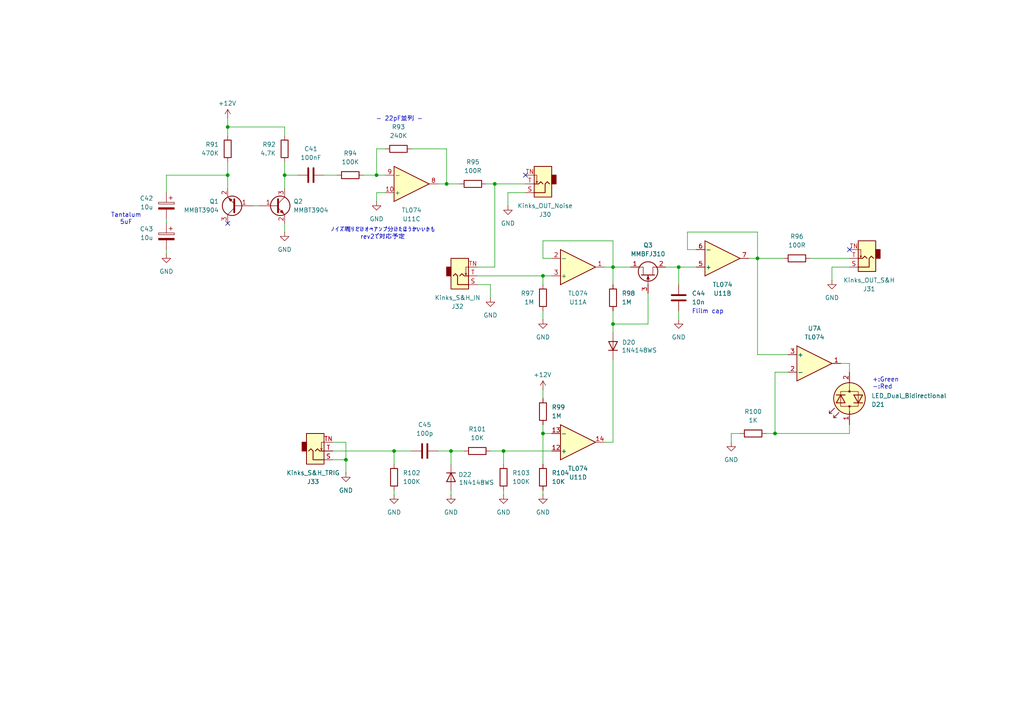
<source format=kicad_sch>
(kicad_sch (version 20231120) (generator "eeschema") (generator_version "8.0")
  (paper "A4")
  (title_block (title "Sample and hold") (date "2025-03-23") (rev "1.0") (company "StudioKAT"))
  (lib_symbols
    (symbol "Amplifier_Operational:TL074" (pin_names (offset 0.127))
      (property "Reference" "U" (at 0 5.08 0))
      (property "Value" "TL074" (at 0 -5.08 0))
      (symbol "TL074_1_1"
        (polyline (pts (xy -5.08 5.08) (xy 5.08 0) (xy -5.08 -5.08) (xy -5.08 5.08)) (stroke (width 0.254)) (fill (type background)))
        (pin output line (at 7.62 0 180) (length 2.54) (name "~") (number "1"))
        (pin input line (at -7.62 -2.54 0) (length 2.54) (name "-") (number "2"))
        (pin input line (at -7.62 2.54 0) (length 2.54) (name "+") (number "3"))
      )
      (symbol "TL074_2_1"
        (polyline (pts (xy -5.08 5.08) (xy 5.08 0) (xy -5.08 -5.08) (xy -5.08 5.08)) (stroke (width 0.254)) (fill (type background)))
        (pin input line (at -7.62 2.54 0) (length 2.54) (name "+") (number "5"))
        (pin input line (at -7.62 -2.54 0) (length 2.54) (name "-") (number "6"))
        (pin output line (at 7.62 0 180) (length 2.54) (name "~") (number "7"))
      )
      (symbol "TL074_3_1"
        (polyline (pts (xy -5.08 5.08) (xy 5.08 0) (xy -5.08 -5.08) (xy -5.08 5.08)) (stroke (width 0.254)) (fill (type background)))
        (pin input line (at -7.62 2.54 0) (length 2.54) (name "+") (number "10"))
        (pin output line (at 7.62 0 180) (length 2.54) (name "~") (number "8"))
        (pin input line (at -7.62 -2.54 0) (length 2.54) (name "-") (number "9"))
      )
      (symbol "TL074_4_1"
        (polyline (pts (xy -5.08 5.08) (xy 5.08 0) (xy -5.08 -5.08) (xy -5.08 5.08)) (stroke (width 0.254)) (fill (type background)))
        (pin input line (at -7.62 2.54 0) (length 2.54) (name "+") (number "12"))
        (pin input line (at -7.62 -2.54 0) (length 2.54) (name "-") (number "13"))
        (pin output line (at 7.62 0 180) (length 2.54) (name "~") (number "14"))
      )
      (symbol "TL074_5_1"
        (pin power_in line (at -2.54 -7.62 90) (length 3.81) (name "V-") (number "11"))
        (pin power_in line (at -2.54 7.62 270) (length 3.81) (name "V+") (number "4"))
      )
    )
    (symbol "Connector_Audio:AudioJack2_SwitchT"
      (property "Reference" "J" (at 0 8.89 0))
      (property "Value" "AudioJack2_SwitchT" (at 0 6.35 0))
      (symbol "AudioJack2_SwitchT_0_1"
        (rectangle (start -2.54 0) (end -3.81 -2.54) (stroke (width 0.254)) (fill (type outline)))
        (polyline (pts (xy 1.778 -0.254) (xy 2.032 -0.762)))
        (polyline (pts (xy 0 0) (xy 0.635 -0.635) (xy 1.27 0) (xy 2.54 0)) (stroke (width 0.254)))
        (polyline (pts (xy 2.54 -2.54) (xy 1.778 -2.54) (xy 1.778 -0.254) (xy 1.524 -0.762)))
        (polyline (pts (xy 2.54 2.54) (xy -0.635 2.54) (xy -0.635 0) (xy -1.27 -0.635) (xy -1.905 0)) (stroke (width 0.254)))
        (rectangle (start 2.54 3.81) (end -2.54 -5.08) (stroke (width 0.254)) (fill (type background)))
      )
      (symbol "AudioJack2_SwitchT_1_1"
        (pin passive line (at 5.08 2.54 180) (length 2.54) (name "~") (number "S"))
        (pin passive line (at 5.08 0 180) (length 2.54) (name "~") (number "T"))
        (pin passive line (at 5.08 -2.54 180) (length 2.54) (name "~") (number "TN"))
      )
    )
    (symbol "Device:C" (pin_numbers hide) (pin_names (offset 0.254))
      (property "Reference" "C" (at 0.635 2.54 0))
      (property "Value" "C" (at 0.635 -2.54 0))
      (symbol "C_0_1"
        (polyline (pts (xy -2.032 -0.762) (xy 2.032 -0.762)) (stroke (width 0.508)))
        (polyline (pts (xy -2.032 0.762) (xy 2.032 0.762)) (stroke (width 0.508)))
      )
      (symbol "C_1_1"
        (pin passive line (at 0 3.81 270) (length 2.794) (name "~") (number "1"))
        (pin passive line (at 0 -3.81 90) (length 2.794) (name "~") (number "2"))
      )
    )
    (symbol "Device:C_Polarized" (pin_numbers hide) (pin_names (offset 0.254))
      (property "Reference" "C" (at 0.635 2.54 0))
      (property "Value" "C_Polarized" (at 0.635 -2.54 0))
      (symbol "C_Polarized_0_1"
        (rectangle (start -2.286 0.508) (end 2.286 1.016))
        (polyline (pts (xy -1.778 2.286) (xy -0.762 2.286)))
        (polyline (pts (xy -1.27 2.794) (xy -1.27 1.778)))
        (rectangle (start 2.286 -0.508) (end -2.286 -1.016) (fill (type outline)))
      )
      (symbol "C_Polarized_1_1"
        (pin passive line (at 0 3.81 270) (length 2.794) (name "~") (number "1"))
        (pin passive line (at 0 -3.81 90) (length 2.794) (name "~") (number "2"))
      )
    )
    (symbol "Device:LED_Dual_Bidirectional" (pin_names (offset 0) hide)
      (property "Reference" "D" (at 0 5.715 0))
      (property "Value" "LED_Dual_Bidirectional" (at 0 -6.35 0))
      (symbol "LED_Dual_Bidirectional_0_1"
        (circle (center -2.032 0) (radius 0.254) (fill (type outline)))
        (polyline (pts (xy -4.572 0) (xy -2.54 0)))
        (polyline (pts (xy -2.032 0) (xy -2.54 0)))
        (polyline (pts (xy -1.016 3.81) (xy -1.016 1.27)) (stroke (width 0.254)))
        (polyline (pts (xy 1.27 -1.27) (xy 1.27 -3.81)) (stroke (width 0.254)))
        (polyline (pts (xy 4.064 0) (xy 2.286 0)) (fill (type outline)))
        (polyline (pts (xy 4.318 5.842) (xy 4.318 5.08)) (stroke (width 0.2032)))
        (polyline (pts (xy 5.588 4.572) (xy 5.588 3.81)) (stroke (width 0.2032)))
        (polyline (pts (xy 2.794 4.318) (xy 4.318 5.842) (xy 3.556 5.842)) (stroke (width 0.2032)))
        (polyline (pts (xy 4.064 3.048) (xy 5.588 4.572) (xy 4.826 4.572)) (stroke (width 0.2032)))
        (polyline (pts (xy -1.016 -1.27) (xy -1.016 -3.81) (xy 1.27 -2.54) (xy -1.016 -1.27)) (stroke (width 0.254)))
        (polyline (pts (xy 1.27 3.81) (xy 1.27 1.27) (xy -1.016 2.54) (xy 1.27 3.81)) (stroke (width 0.254)))
        (polyline (pts (xy 2.286 2.54) (xy -2.032 2.54) (xy -2.032 -2.54) (xy 2.286 -2.54) (xy 2.286 2.54)))
        (circle (center 0 0) (radius 4.572) (stroke (width 0.254)) (fill (type background)))
        (circle (center 2.286 0) (radius 0.254) (fill (type outline)))
      )
      (symbol "LED_Dual_Bidirectional_1_1"
        (pin input line (at 7.62 0 180) (length 3.81) (name "KA") (number "1"))
        (pin input line (at -7.62 0 0) (length 3.048) (name "AK") (number "2"))
      )
    )
    (symbol "Device:R" (pin_numbers hide) (pin_names (offset 0))
      (property "Reference" "R" (at 2.032 0 90))
      (property "Value" "R" (at 0 0 90))
      (symbol "R_0_1"
        (rectangle (start -1.016 -2.54) (end 1.016 2.54) (stroke (width 0.254)))
      )
      (symbol "R_1_1"
        (pin passive line (at 0 3.81 270) (length 1.27) (name "~") (number "1"))
        (pin passive line (at 0 -3.81 90) (length 1.27) (name "~") (number "2"))
      )
    )
    (symbol "Diode:1N4148WS" (pin_numbers hide) (pin_names hide)
      (property "Reference" "D" (at 0 2.54 0))
      (property "Value" "1N4148WS" (at 0 -2.54 0))
      (symbol "1N4148WS_0_1"
        (polyline (pts (xy -1.27 1.27) (xy -1.27 -1.27)) (stroke (width 0.254)))
        (polyline (pts (xy 1.27 0) (xy -1.27 0)))
        (polyline (pts (xy 1.27 1.27) (xy 1.27 -1.27) (xy -1.27 0) (xy 1.27 1.27)) (stroke (width 0.254)))
      )
      (symbol "1N4148WS_1_1"
        (pin passive line (at -3.81 0 0) (length 2.54) (name "K") (number "1"))
        (pin passive line (at 3.81 0 180) (length 2.54) (name "A") (number "2"))
      )
    )
    (symbol "Transistor_BJT:MMBT3904" (pin_names (offset 0) hide)
      (property "Reference" "Q" (at 5.08 1.905 0))
      (property "Value" "MMBT3904" (at 5.08 0 0))
      (symbol "MMBT3904_0_1"
        (polyline (pts (xy 0.635 0.635) (xy 2.54 2.54)))
        (polyline (pts (xy 0.635 -0.635) (xy 2.54 -2.54) (xy 2.54 -2.54)))
        (polyline (pts (xy 0.635 1.905) (xy 0.635 -1.905) (xy 0.635 -1.905)) (stroke (width 0.508)))
        (polyline (pts (xy 1.27 -1.778) (xy 1.778 -1.27) (xy 2.286 -2.286) (xy 1.27 -1.778) (xy 1.27 -1.778)) (fill (type outline)))
        (circle (center 1.27 0) (radius 2.8194) (stroke (width 0.254)))
      )
      (symbol "MMBT3904_1_1"
        (pin input line (at -5.08 0 0) (length 5.715) (name "B") (number "1"))
        (pin passive line (at 2.54 -5.08 90) (length 2.54) (name "E") (number "2"))
        (pin passive line (at 2.54 5.08 270) (length 2.54) (name "C") (number "3"))
      )
    )
    (symbol "Transistor_FET:MMBFJ111" (pin_names hide)
      (property "Reference" "Q" (at 5.08 1.905 0))
      (property "Value" "MMBFJ111" (at 5.08 0 0))
      (symbol "MMBFJ111_0_1"
        (polyline (pts (xy 0.254 0) (xy -2.54 0)))
        (polyline (pts (xy 0.254 1.905) (xy 0.254 -1.905)) (stroke (width 0.254)))
        (polyline (pts (xy 2.54 -2.54) (xy 2.54 -1.397) (xy 0.254 -1.397)))
        (polyline (pts (xy 2.54 2.54) (xy 2.54 1.397) (xy 0.254 1.397)))
        (polyline (pts (xy 0 0) (xy -1.016 0.381) (xy -1.016 -0.381) (xy 0 0)) (fill (type outline)))
        (circle (center 1.27 0) (radius 2.8194) (stroke (width 0.254)))
      )
      (symbol "MMBFJ111_1_1"
        (pin passive line (at 2.54 5.08 270) (length 2.54) (name "D") (number "1"))
        (pin passive line (at 2.54 -5.08 90) (length 2.54) (name "S") (number "2"))
        (pin input line (at -5.08 0 0) (length 2.54) (name "G") (number "3"))
      )
    )
    (symbol "power:+12V" (power) (pin_numbers hide) (pin_names (offset 0) hide)
      (property "Value" "+12V" (at 0 3.556 0))
      (symbol "+12V_0_1"
        (polyline (pts (xy -0.762 1.27) (xy 0 2.54)))
        (polyline (pts (xy 0 0) (xy 0 2.54)))
        (polyline (pts (xy 0 2.54) (xy 0.762 1.27)))
      )
      (symbol "+12V_1_1"
        (pin power_in line (at 0 0 90) (length 0) (name "~") (number "1"))
      )
    )
    (symbol "power:GND" (power) (pin_numbers hide) (pin_names (offset 0) hide)
      (property "Value" "GND" (at 0 -3.81 0))
      (symbol "GND_0_1"
        (polyline (pts (xy 0 0) (xy 0 -1.27) (xy 1.27 -1.27) (xy 0 -2.54) (xy -1.27 -1.27) (xy 0 -1.27)))
      )
      (symbol "GND_1_1"
        (pin power_in line (at 0 0 270) (length 0) (name "~") (number "1"))
      )
    )
  )
  (junction (at 224.79 125.73))
  (junction (at 157.48 80.01))
  (junction (at 143.51 53.34))
  (junction (at 109.22 50.8))
  (junction (at 177.8 77.47))
  (junction (at 219.71 74.93))
  (junction (at 146.05 130.81))
  (junction (at 196.85 77.47))
  (junction (at 66.04 36.83))
  (junction (at 82.55 50.8))
  (junction (at 129.54 53.34))
  (junction (at 100.33 133.35))
  (junction (at 130.81 130.81))
  (junction (at 114.3 130.81))
  (junction (at 177.8 93.98))
  (junction (at 157.48 125.73))
  (junction (at 66.04 50.8))
  (no_connect (at 246.38 72.39))
  (no_connect (at 66.04 64.77))
  (no_connect (at 152.4 50.8))
  (wire (pts (xy 105.41 50.8) (xy 109.22 50.8)))
  (wire (pts (xy 82.55 64.77) (xy 82.55 67.31)))
  (wire (pts (xy 48.26 55.88) (xy 48.26 50.8)))
  (wire (pts (xy 100.33 133.35) (xy 100.33 137.16)))
  (wire (pts (xy 196.85 77.47) (xy 196.85 82.55)))
  (wire (pts (xy 86.36 50.8) (xy 82.55 50.8)))
  (wire (pts (xy 109.22 55.88) (xy 109.22 58.42)))
  (wire (pts (xy 246.38 125.73) (xy 246.38 123.19)))
  (wire (pts (xy 147.32 55.88) (xy 147.32 59.69)))
  (wire (pts (xy 246.38 77.47) (xy 241.3 77.47)))
  (wire (pts (xy 114.3 142.24) (xy 114.3 143.51)))
  (wire (pts (xy 109.22 50.8) (xy 111.76 50.8)))
  (wire (pts (xy 152.4 55.88) (xy 147.32 55.88)))
  (wire (pts (xy 199.39 72.39) (xy 199.39 67.31)))
  (wire (pts (xy 201.93 77.47) (xy 196.85 77.47)))
  (wire (pts (xy 224.79 107.95) (xy 228.6 107.95)))
  (wire (pts (xy 219.71 74.93) (xy 219.71 102.87)))
  (wire (pts (xy 199.39 67.31) (xy 219.71 67.31)))
  (wire (pts (xy 114.3 130.81) (xy 119.38 130.81)))
  (wire (pts (xy 96.52 130.81) (xy 114.3 130.81)))
  (wire (pts (xy 146.05 130.81) (xy 146.05 134.62)))
  (wire (pts (xy 157.48 123.19) (xy 157.48 125.73)))
  (wire (pts (xy 212.09 125.73) (xy 212.09 128.27)))
  (wire (pts (xy 143.51 53.34) (xy 152.4 53.34)))
  (wire (pts (xy 177.8 93.98) (xy 177.8 96.52)))
  (wire (pts (xy 187.96 93.98) (xy 177.8 93.98)))
  (wire (pts (xy 130.81 130.81) (xy 134.62 130.81)))
  (wire (pts (xy 111.76 43.18) (xy 109.22 43.18)))
  (wire (pts (xy 160.02 130.81) (xy 146.05 130.81)))
  (wire (pts (xy 96.52 128.27) (xy 100.33 128.27)))
  (wire (pts (xy 127 130.81) (xy 130.81 130.81)))
  (wire (pts (xy 111.76 55.88) (xy 109.22 55.88)))
  (wire (pts (xy 234.95 74.93) (xy 246.38 74.93)))
  (wire (pts (xy 82.55 39.37) (xy 82.55 36.83)))
  (wire (pts (xy 66.04 50.8) (xy 66.04 54.61)))
  (wire (pts (xy 217.17 74.93) (xy 219.71 74.93)))
  (wire (pts (xy 177.8 77.47) (xy 177.8 82.55)))
  (wire (pts (xy 219.71 74.93) (xy 227.33 74.93)))
  (wire (pts (xy 157.48 125.73) (xy 160.02 125.73)))
  (wire (pts (xy 157.48 142.24) (xy 157.48 143.51)))
  (wire (pts (xy 66.04 46.99) (xy 66.04 50.8)))
  (wire (pts (xy 177.8 90.17) (xy 177.8 93.98)))
  (wire (pts (xy 93.98 50.8) (xy 97.79 50.8)))
  (wire (pts (xy 96.52 133.35) (xy 100.33 133.35)))
  (wire (pts (xy 100.33 128.27) (xy 100.33 133.35)))
  (wire (pts (xy 243.84 105.41) (xy 246.38 105.41)))
  (wire (pts (xy 214.63 125.73) (xy 212.09 125.73)))
  (wire (pts (xy 48.26 50.8) (xy 66.04 50.8)))
  (wire (pts (xy 130.81 142.24) (xy 130.81 143.51)))
  (wire (pts (xy 222.25 125.73) (xy 224.79 125.73)))
  (wire (pts (xy 66.04 36.83) (xy 66.04 39.37)))
  (wire (pts (xy 224.79 125.73) (xy 246.38 125.73)))
  (wire (pts (xy 160.02 74.93) (xy 157.48 74.93)))
  (wire (pts (xy 138.43 82.55) (xy 142.24 82.55)))
  (wire (pts (xy 66.04 34.29) (xy 66.04 36.83)))
  (wire (pts (xy 129.54 43.18) (xy 129.54 53.34)))
  (wire (pts (xy 177.8 128.27) (xy 175.26 128.27)))
  (wire (pts (xy 127 53.34) (xy 129.54 53.34)))
  (wire (pts (xy 82.55 50.8) (xy 82.55 54.61)))
  (wire (pts (xy 130.81 134.62) (xy 130.81 130.81)))
  (wire (pts (xy 109.22 43.18) (xy 109.22 50.8)))
  (wire (pts (xy 157.48 69.85) (xy 177.8 69.85)))
  (wire (pts (xy 177.8 69.85) (xy 177.8 77.47)))
  (wire (pts (xy 48.26 63.5) (xy 48.26 64.77)))
  (wire (pts (xy 177.8 77.47) (xy 182.88 77.47)))
  (wire (pts (xy 219.71 67.31) (xy 219.71 74.93)))
  (wire (pts (xy 196.85 90.17) (xy 196.85 92.71)))
  (wire (pts (xy 82.55 36.83) (xy 66.04 36.83)))
  (wire (pts (xy 138.43 77.47) (xy 143.51 77.47)))
  (wire (pts (xy 224.79 107.95) (xy 224.79 125.73)))
  (wire (pts (xy 201.93 72.39) (xy 199.39 72.39)))
  (wire (pts (xy 157.48 74.93) (xy 157.48 69.85)))
  (wire (pts (xy 138.43 80.01) (xy 157.48 80.01)))
  (wire (pts (xy 129.54 53.34) (xy 133.35 53.34)))
  (wire (pts (xy 82.55 46.99) (xy 82.55 50.8)))
  (wire (pts (xy 157.48 80.01) (xy 160.02 80.01)))
  (wire (pts (xy 119.38 43.18) (xy 129.54 43.18)))
  (wire (pts (xy 114.3 130.81) (xy 114.3 134.62)))
  (wire (pts (xy 157.48 113.03) (xy 157.48 115.57)))
  (wire (pts (xy 246.38 105.41) (xy 246.38 107.95)))
  (wire (pts (xy 73.66 59.69) (xy 74.93 59.69)))
  (wire (pts (xy 142.24 82.55) (xy 142.24 86.36)))
  (wire (pts (xy 219.71 102.87) (xy 228.6 102.87)))
  (wire (pts (xy 177.8 77.47) (xy 175.26 77.47)))
  (wire (pts (xy 241.3 77.47) (xy 241.3 81.28)))
  (wire (pts (xy 143.51 77.47) (xy 143.51 53.34)))
  (wire (pts (xy 177.8 104.14) (xy 177.8 128.27)))
  (wire (pts (xy 193.04 77.47) (xy 196.85 77.47)))
  (wire (pts (xy 48.26 72.39) (xy 48.26 73.66)))
  (wire (pts (xy 140.97 53.34) (xy 143.51 53.34)))
  (wire (pts (xy 142.24 130.81) (xy 146.05 130.81)))
  (wire (pts (xy 157.48 125.73) (xy 157.48 134.62)))
  (wire (pts (xy 187.96 85.09) (xy 187.96 93.98)))
  (wire (pts (xy 157.48 80.01) (xy 157.48 82.55)))
  (wire (pts (xy 157.48 90.17) (xy 157.48 92.71)))
  (wire (pts (xy 146.05 142.24) (xy 146.05 143.51)))
  (text "- 22pF並列 -" (at 115.824 34.544 0) (effects (font (size 1.27 1.27))))
  (text "ノイズ周りだけオペアンプ分けたほうがいいかも\nrev2で対応予定" (at 110.998 67.818 0) (effects (font (size 1.27 1.27))))
  (text "Flilm cap" (at 200.66 90.424 0) (effects (font (size 1.27 1.27)) (justify left)))
  (text "Tantalum\n5uF" (at 36.576 63.5 0) (effects (font (size 1.27 1.27))))
  (text "+:Green\n-:Red" (at 252.984 111.252 0) (effects (font (size 1.27 1.27)) (justify left)))
  (symbol (lib_id "power:GND") (at 109.22 58.42 0) (unit 1)
    (property "Reference" "#PWR085" (effects (hide yes)))
    (property "Value" "GND" (at 109.22 63.5 0))
    (property "Description" "Power symbol creates a global label with name \"GND\" , ground" (effects (hide yes)))
  )
  (symbol (lib_id "power:+12V") (at 157.48 113.03 0) (unit 1)
    (property "Reference" "#PWR093" (effects (hide yes)))
    (property "Value" "+12V" (at 154.686 108.712 0) (effects (justify left)))
    (property "Description" "Power symbol creates a global label with name \"+12V\"" (effects (hide yes)))
  )
  (symbol (lib_id "Device:R") (at 231.14 74.93 90) (unit 1)
    (property "Reference" "R96" (at 231.14 68.58 90))
    (property "Value" "100R" (at 231.14 71.12 90))
    (property "Footprint" "Resistor_SMD:R_0402_1005Metric" (effects (hide yes)))
    (property "Description" "Resistor" (effects (hide yes)))
    (property "LCSC" "C25076" (effects (hide yes)))
  )
  (symbol (lib_id "Device:R") (at 137.16 53.34 90) (unit 1)
    (property "Reference" "R95" (at 137.16 46.99 90))
    (property "Value" "100R" (at 137.16 49.53 90))
    (property "Footprint" "Resistor_SMD:R_0402_1005Metric" (effects (hide yes)))
    (property "Description" "Resistor" (effects (hide yes)))
    (property "LCSC" "C25076" (effects (hide yes)))
  )
  (symbol (lib_id "power:+12V") (at 66.04 34.29 0) (unit 1)
    (property "Reference" "#PWR084" (effects (hide yes)))
    (property "Value" "+12V" (at 63.246 29.972 0) (effects (justify left)))
    (property "Description" "Power symbol creates a global label with name \"+12V\"" (effects (hide yes)))
  )
  (symbol (lib_id "power:GND") (at 146.05 143.51 0) (unit 1)
    (property "Reference" "#PWR098" (effects (hide yes)))
    (property "Value" "GND" (at 146.05 148.59 0))
    (property "Description" "Power symbol creates a global label with name \"GND\" , ground" (effects (hide yes)))
  )
  (symbol (lib_id "power:GND") (at 130.81 143.51 0) (unit 1)
    (property "Reference" "#PWR097" (effects (hide yes)))
    (property "Value" "GND" (at 130.81 148.59 0))
    (property "Description" "Power symbol creates a global label with name \"GND\" , ground" (effects (hide yes)))
  )
  (symbol (lib_id "Device:R") (at 157.48 138.43 0) (unit 1)
    (property "Reference" "R104" (at 160.02 137.1599 0) (effects (justify left)))
    (property "Value" "10K" (at 160.02 139.6999 0) (effects (justify left)))
    (property "Footprint" "Resistor_SMD:R_0402_1005Metric" (effects (hide yes)))
    (property "Description" "Resistor" (effects (hide yes)))
    (property "LCSC" "C25744" (effects (hide yes)))
  )
  (symbol (lib_id "Transistor_FET:MMBFJ111") (at 187.96 80.01 90) (unit 1)
    (property "Reference" "Q3" (at 187.96 71.12 90))
    (property "Value" "MMBFJ310" (at 187.96 73.66 90))
    (property "Footprint" "Package_TO_SOT_SMD:SOT-23" (effects (hide yes)))
    (property "Datasheet" "https://www.onsemi.com/pub/Collateral/MMBFJ113-D.PDF" (effects (hide yes)))
    (property "Description" "20mA min, 35V, 30mOhm max, 3-10V Vgs(off), N-Channel JFET, SOT-23" (effects (hide yes)))
  )
  (symbol (lib_id "Connector_Audio:AudioJack2_SwitchT") (at 133.35 80.01 0) (mirror x) (unit 1)
    (property "Reference" "J32" (at 132.715 88.9 0))
    (property "Value" "Kinks_S&H_IN" (at 132.715 86.36 0))
    (property "Footprint" "kat_eurorack:AudioJack_PJ301M-12" (effects (hide yes)))
    (property "Description" "Audio Jack, 2 Poles (Mono / TS), Switched T Pole (Normalling)" (effects (hide yes)))
  )
  (symbol (lib_id "Amplifier_Operational:TL074") (at 167.64 128.27 0) (mirror x) (unit 4)
    (property "Reference" "U11" (at 167.64 138.43 0))
    (property "Value" "TL074" (at 167.64 135.89 0))
    (property "Footprint" "Package_SO:TSSOP-14_4.4x5mm_P0.65mm" (effects (hide yes)))
    (property "Datasheet" "http://www.ti.com/lit/ds/symlink/tl071.pdf" (effects (hide yes)))
    (property "Description" "Quad Low-Noise JFET-Input Operational Amplifiers, DIP-14/SOIC-14" (effects (hide yes)))
    (property "LCSC" "C4370424" (effects (hide yes)))
  )
  (symbol (lib_id "Device:R") (at 146.05 138.43 0) (unit 1)
    (property "Reference" "R103" (at 148.59 137.1599 0) (effects (justify left)))
    (property "Value" "100K" (at 148.59 139.6999 0) (effects (justify left)))
    (property "Footprint" "Resistor_SMD:R_0402_1005Metric" (effects (hide yes)))
    (property "Description" "Resistor" (effects (hide yes)))
    (property "LCSC" "C25741" (effects (hide yes)))
  )
  (symbol (lib_id "Device:C") (at 196.85 86.36 0) (unit 1)
    (property "Reference" "C44" (at 200.66 85.0899 0) (effects (justify left)))
    (property "Value" "10n" (at 200.66 87.6299 0) (effects (justify left)))
    (property "Footprint" "Capacitor_THT:C_Rect_L7.2mm_W2.5mm_P5.00mm_FKS2_FKP2_MKS2_MKP2" (effects (hide yes)))
    (property "Description" "Unpolarized capacitor" (effects (hide yes)))
  )
  (symbol (lib_id "Device:R") (at 157.48 86.36 0) (mirror y) (unit 1)
    (property "Reference" "R97" (at 154.94 85.0899 0) (effects (justify left)))
    (property "Value" "1M" (at 154.94 87.6299 0) (effects (justify left)))
    (property "Footprint" "Resistor_SMD:R_0402_1005Metric" (effects (hide yes)))
    (property "Description" "Resistor" (effects (hide yes)))
    (property "LCSC" "C26083" (effects (hide yes)))
  )
  (symbol (lib_id "Device:R") (at 114.3 138.43 0) (unit 1)
    (property "Reference" "R102" (at 116.84 137.1599 0) (effects (justify left)))
    (property "Value" "100K" (at 116.84 139.6999 0) (effects (justify left)))
    (property "Footprint" "Resistor_SMD:R_0402_1005Metric" (effects (hide yes)))
    (property "Description" "Resistor" (effects (hide yes)))
    (property "LCSC" "C25741" (effects (hide yes)))
  )
  (symbol (lib_id "power:GND") (at 157.48 143.51 0) (unit 1)
    (property "Reference" "#PWR099" (effects (hide yes)))
    (property "Value" "GND" (at 157.48 148.59 0))
    (property "Description" "Power symbol creates a global label with name \"GND\" , ground" (effects (hide yes)))
  )
  (symbol (lib_id "Device:C_Polarized") (at 48.26 59.69 0) (mirror y) (unit 1)
    (property "Reference" "C42" (at 44.45 57.5309 0) (effects (justify left)))
    (property "Value" "10u" (at 44.45 60.0709 0) (effects (justify left)))
    (property "Footprint" "Capacitor_Tantalum_SMD:CP_EIA-3216-18_Kemet-A" (effects (hide yes)))
    (property "Description" "Polarized capacitor" (effects (hide yes)))
    (property "LCSC" "C7171" (effects (hide yes)))
  )
  (symbol (lib_id "Device:LED_Dual_Bidirectional") (at 246.38 115.57 90) (mirror x) (unit 1)
    (property "Reference" "D21" (at 252.73 117.3354 90) (effects (justify right)))
    (property "Value" "LED_Dual_Bidirectional" (at 252.73 114.7954 90) (effects (justify right)))
    (property "Footprint" "LED_THT:LED_D3.0mm" (effects (hide yes)))
    (property "Description" "Dual LED, bidirectional" (effects (hide yes)))
  )
  (symbol (lib_id "Device:C_Polarized") (at 48.26 68.58 0) (mirror y) (unit 1)
    (property "Reference" "C43" (at 44.45 66.4209 0) (effects (justify left)))
    (property "Value" "10u" (at 44.45 68.9609 0) (effects (justify left)))
    (property "Footprint" "Capacitor_Tantalum_SMD:CP_EIA-3216-18_Kemet-A" (effects (hide yes)))
    (property "Description" "Polarized capacitor" (effects (hide yes)))
    (property "LCSC" "C7171" (effects (hide yes)))
  )
  (symbol (lib_id "Connector_Audio:AudioJack2_SwitchT") (at 157.48 53.34 180) (unit 1)
    (property "Reference" "J30" (at 158.115 62.23 0))
    (property "Value" "Kinks_OUT_Noise" (at 158.115 59.69 0))
    (property "Footprint" "kat_eurorack:AudioJack_PJ301M-12" (effects (hide yes)))
    (property "Description" "Audio Jack, 2 Poles (Mono / TS), Switched T Pole (Normalling)" (effects (hide yes)))
  )
  (symbol (lib_id "Amplifier_Operational:TL074") (at 209.55 74.93 0) (mirror x) (unit 2)
    (property "Reference" "U11" (at 209.55 85.09 0))
    (property "Value" "TL074" (at 209.55 82.55 0))
    (property "Footprint" "Package_SO:TSSOP-14_4.4x5mm_P0.65mm" (effects (hide yes)))
    (property "Datasheet" "http://www.ti.com/lit/ds/symlink/tl071.pdf" (effects (hide yes)))
    (property "Description" "Quad Low-Noise JFET-Input Operational Amplifiers, DIP-14/SOIC-14" (effects (hide yes)))
    (property "LCSC" "C4370424" (effects (hide yes)))
  )
  (symbol (lib_id "Connector_Audio:AudioJack2_SwitchT") (at 91.44 130.81 0) (mirror x) (unit 1)
    (property "Reference" "J33" (at 90.805 139.7 0))
    (property "Value" "Kinks_S&H_TRIG" (at 90.805 137.16 0))
    (property "Footprint" "kat_eurorack:AudioJack_PJ301M-12" (effects (hide yes)))
    (property "Description" "Audio Jack, 2 Poles (Mono / TS), Switched T Pole (Normalling)" (effects (hide yes)))
  )
  (symbol (lib_id "Device:R") (at 66.04 43.18 0) (mirror y) (unit 1)
    (property "Reference" "R91" (at 63.5 41.9099 0) (effects (justify left)))
    (property "Value" "470K" (at 63.5 44.4499 0) (effects (justify left)))
    (property "Footprint" "Resistor_SMD:R_0402_1005Metric" (effects (hide yes)))
    (property "Description" "Resistor" (effects (hide yes)))
    (property "LCSC" "C25790" (effects (hide yes)))
  )
  (symbol (lib_id "power:GND") (at 147.32 59.69 0) (unit 1)
    (property "Reference" "#PWR086" (effects (hide yes)))
    (property "Value" "GND" (at 147.32 64.77 0))
    (property "Description" "Power symbol creates a global label with name \"GND\" , ground" (effects (hide yes)))
  )
  (symbol (lib_id "Device:R") (at 101.6 50.8 90) (unit 1)
    (property "Reference" "R94" (at 101.6 44.45 90))
    (property "Value" "100K" (at 101.6 46.99 90))
    (property "Footprint" "Resistor_SMD:R_0402_1005Metric" (effects (hide yes)))
    (property "Description" "Resistor" (effects (hide yes)))
    (property "LCSC" "C25741" (effects (hide yes)))
  )
  (symbol (lib_id "Transistor_BJT:MMBT3904") (at 80.01 59.69 0) (unit 1)
    (property "Reference" "Q2" (at 85.09 58.4199 0) (effects (justify left)))
    (property "Value" "MMBT3904" (at 85.09 60.9599 0) (effects (justify left)))
    (property "Footprint" "Package_TO_SOT_SMD:SOT-23" (effects (hide yes)))
    (property "Datasheet" "https://www.onsemi.com/pdf/datasheet/pzt3904-d.pdf" (effects (hide yes)))
    (property "Description" "0.2A Ic, 40V Vce, Small Signal NPN Transistor, SOT-23" (effects (hide yes)))
    (property "LCSC" "C20526" (effects (hide yes)))
  )
  (symbol (lib_id "Device:R") (at 115.57 43.18 90) (unit 1)
    (property "Reference" "R93" (at 115.57 36.83 90))
    (property "Value" "240K" (at 115.57 39.37 90))
    (property "Footprint" "Resistor_SMD:R_0603_1608Metric" (effects (hide yes)))
    (property "Description" "Resistor" (effects (hide yes)))
    (property "LCSC" "C4197" (effects (hide yes)))
  )
  (symbol (lib_id "Device:C") (at 123.19 130.81 90) (unit 1)
    (property "Reference" "C45" (at 123.19 123.19 90))
    (property "Value" "100p" (at 123.19 125.73 90))
    (property "Footprint" "Capacitor_SMD:C_0402_1005Metric" (effects (hide yes)))
    (property "Description" "Unpolarized capacitor" (effects (hide yes)))
    (property "LCSC" "C1546" (effects (hide yes)))
  )
  (symbol (lib_id "power:GND") (at 241.3 81.28 0) (unit 1)
    (property "Reference" "#PWR089" (effects (hide yes)))
    (property "Value" "GND" (at 241.3 86.36 0))
    (property "Description" "Power symbol creates a global label with name \"GND\" , ground" (effects (hide yes)))
  )
  (symbol (lib_id "Connector_Audio:AudioJack2_SwitchT") (at 251.46 74.93 180) (unit 1)
    (property "Reference" "J31" (at 252.095 83.82 0))
    (property "Value" "Kinks_OUT_S&H" (at 252.095 81.28 0))
    (property "Footprint" "kat_eurorack:AudioJack_PJ301M-12" (effects (hide yes)))
    (property "Description" "Audio Jack, 2 Poles (Mono / TS), Switched T Pole (Normalling)" (effects (hide yes)))
  )
  (symbol (lib_id "Amplifier_Operational:TL074") (at 236.22 105.41 0) (unit 1)
    (property "Reference" "U7" (at 236.22 95.25 0))
    (property "Value" "TL074" (at 236.22 97.79 0))
    (property "Footprint" "Package_SO:TSSOP-14_4.4x5mm_P0.65mm" (effects (hide yes)))
    (property "Datasheet" "http://www.ti.com/lit/ds/symlink/tl071.pdf" (effects (hide yes)))
    (property "Description" "Quad Low-Noise JFET-Input Operational Amplifiers, DIP-14/SOIC-14" (effects (hide yes)))
    (property "LCSC" "C4370424" (effects (hide yes)))
  )
  (symbol (lib_id "power:GND") (at 212.09 128.27 0) (unit 1)
    (property "Reference" "#PWR094" (effects (hide yes)))
    (property "Value" "GND" (at 212.09 133.35 0))
    (property "Description" "Power symbol creates a global label with name \"GND\" , ground" (effects (hide yes)))
  )
  (symbol (lib_id "Device:C") (at 90.17 50.8 90) (unit 1)
    (property "Reference" "C41" (at 90.17 43.18 90))
    (property "Value" "100nF" (at 90.17 45.72 90))
    (property "Footprint" "Capacitor_THT:C_Rect_L7.2mm_W2.5mm_P5.00mm_FKS2_FKP2_MKS2_MKP2" (effects (hide yes)))
    (property "Description" "Unpolarized capacitor" (effects (hide yes)))
  )
  (symbol (lib_id "Device:R") (at 177.8 86.36 0) (unit 1)
    (property "Reference" "R98" (at 180.34 85.0899 0) (effects (justify left)))
    (property "Value" "1M" (at 180.34 87.6299 0) (effects (justify left)))
    (property "Footprint" "Resistor_SMD:R_0402_1005Metric" (effects (hide yes)))
    (property "Description" "Resistor" (effects (hide yes)))
    (property "LCSC" "C26083" (effects (hide yes)))
  )
  (symbol (lib_id "Transistor_BJT:MMBT3904") (at 68.58 59.69 180) (unit 1)
    (property "Reference" "Q1" (at 63.5 58.4199 0) (effects (justify left)))
    (property "Value" "MMBT3904" (at 63.5 60.9599 0) (effects (justify left)))
    (property "Footprint" "Package_TO_SOT_SMD:SOT-23" (effects (hide yes)))
    (property "Datasheet" "https://www.onsemi.com/pdf/datasheet/pzt3904-d.pdf" (effects (hide yes)))
    (property "Description" "0.2A Ic, 40V Vce, Small Signal NPN Transistor, SOT-23" (effects (hide yes)))
    (property "LCSC" "C20526" (effects (hide yes)))
  )
  (symbol (lib_id "power:GND") (at 48.26 73.66 0) (unit 1)
    (property "Reference" "#PWR088" (effects (hide yes)))
    (property "Value" "GND" (at 48.26 78.74 0))
    (property "Description" "Power symbol creates a global label with name \"GND\" , ground" (effects (hide yes)))
  )
  (symbol (lib_id "Device:R") (at 138.43 130.81 90) (unit 1)
    (property "Reference" "R101" (at 138.43 124.46 90))
    (property "Value" "10K" (at 138.43 127 90))
    (property "Footprint" "Resistor_SMD:R_0402_1005Metric" (effects (hide yes)))
    (property "Description" "Resistor" (effects (hide yes)))
    (property "LCSC" "C25744" (effects (hide yes)))
  )
  (symbol (lib_id "power:GND") (at 196.85 92.71 0) (unit 1)
    (property "Reference" "#PWR092" (effects (hide yes)))
    (property "Value" "GND" (at 196.85 97.79 0))
    (property "Description" "Power symbol creates a global label with name \"GND\" , ground" (effects (hide yes)))
  )
  (symbol (lib_id "Amplifier_Operational:TL074") (at 119.38 53.34 0) (mirror x) (unit 3)
    (property "Reference" "U11" (at 119.38 63.5 0))
    (property "Value" "TL074" (at 119.38 60.96 0))
    (property "Footprint" "Package_SO:TSSOP-14_4.4x5mm_P0.65mm" (effects (hide yes)))
    (property "Datasheet" "http://www.ti.com/lit/ds/symlink/tl071.pdf" (effects (hide yes)))
    (property "Description" "Quad Low-Noise JFET-Input Operational Amplifiers, DIP-14/SOIC-14" (effects (hide yes)))
    (property "LCSC" "C4370424" (effects (hide yes)))
  )
  (symbol (lib_id "power:GND") (at 142.24 86.36 0) (unit 1)
    (property "Reference" "#PWR090" (effects (hide yes)))
    (property "Value" "GND" (at 142.24 91.44 0))
    (property "Description" "Power symbol creates a global label with name \"GND\" , ground" (effects (hide yes)))
  )
  (symbol (lib_id "power:GND") (at 100.33 137.16 0) (unit 1)
    (property "Reference" "#PWR095" (effects (hide yes)))
    (property "Value" "GND" (at 100.33 142.24 0))
    (property "Description" "Power symbol creates a global label with name \"GND\" , ground" (effects (hide yes)))
  )
  (symbol (lib_id "power:GND") (at 157.48 92.71 0) (unit 1)
    (property "Reference" "#PWR091" (effects (hide yes)))
    (property "Value" "GND" (at 157.48 97.79 0))
    (property "Description" "Power symbol creates a global label with name \"GND\" , ground" (effects (hide yes)))
  )
  (symbol (lib_id "Diode:1N4148WS") (at 130.81 138.43 90) (mirror x) (unit 1)
    (property "Reference" "D22" (at 134.874 137.668 90))
    (property "Value" "1N4148WS" (at 138.176 139.954 90))
    (property "Footprint" "Diode_SMD:D_SOD-323" (effects (hide yes)))
    (property "Datasheet" "https://www.vishay.com/docs/85751/1n4148ws.pdf" (effects (hide yes)))
    (property "Description" "75V 0.15A Fast switching Diode, SOD-323" (effects (hide yes)))
    (property "Sim.Device" "D" (effects (hide yes)))
    (property "Sim.Pins" "1=K 2=A" (effects (hide yes)))
    (property "LCSC" "C2128" (effects (hide yes)))
  )
  (symbol (lib_id "Device:R") (at 157.48 119.38 0) (unit 1)
    (property "Reference" "R99" (at 160.02 118.1099 0) (effects (justify left)))
    (property "Value" "1M" (at 160.02 120.6499 0) (effects (justify left)))
    (property "Footprint" "Resistor_SMD:R_0402_1005Metric" (effects (hide yes)))
    (property "Description" "Resistor" (effects (hide yes)))
    (property "LCSC" "C26083" (effects (hide yes)))
  )
  (symbol (lib_id "power:GND") (at 82.55 67.31 0) (unit 1)
    (property "Reference" "#PWR087" (effects (hide yes)))
    (property "Value" "GND" (at 82.55 72.39 0))
    (property "Description" "Power symbol creates a global label with name \"GND\" , ground" (effects (hide yes)))
  )
  (symbol (lib_id "power:GND") (at 114.3 143.51 0) (unit 1)
    (property "Reference" "#PWR096" (effects (hide yes)))
    (property "Value" "GND" (at 114.3 148.59 0))
    (property "Description" "Power symbol creates a global label with name \"GND\" , ground" (effects (hide yes)))
  )
  (symbol (lib_id "Device:R") (at 82.55 43.18 0) (mirror y) (unit 1)
    (property "Reference" "R92" (at 80.01 41.9099 0) (effects (justify left)))
    (property "Value" "4.7K" (at 80.01 44.4499 0) (effects (justify left)))
    (property "Footprint" "Resistor_SMD:R_0402_1005Metric" (effects (hide yes)))
    (property "Description" "Resistor" (effects (hide yes)))
    (property "LCSC" "C25900" (effects (hide yes)))
  )
  (symbol (lib_id "Amplifier_Operational:TL074") (at 167.64 77.47 0) (mirror x) (unit 1)
    (property "Reference" "U11" (at 167.64 87.63 0))
    (property "Value" "TL074" (at 167.64 85.09 0))
    (property "Footprint" "Package_SO:TSSOP-14_4.4x5mm_P0.65mm" (effects (hide yes)))
    (property "Datasheet" "http://www.ti.com/lit/ds/symlink/tl071.pdf" (effects (hide yes)))
    (property "Description" "Quad Low-Noise JFET-Input Operational Amplifiers, DIP-14/SOIC-14" (effects (hide yes)))
    (property "LCSC" "C4370424" (effects (hide yes)))
  )
  (symbol (lib_id "Device:R") (at 218.44 125.73 90) (unit 1)
    (property "Reference" "R100" (at 218.44 119.38 90))
    (property "Value" "1K" (at 218.44 121.92 90))
    (property "Footprint" "Resistor_SMD:R_0402_1005Metric" (effects (hide yes)))
    (property "Description" "Resistor" (effects (hide yes)))
    (property "LCSC" "C11702" (effects (hide yes)))
  )
  (symbol (lib_id "Diode:1N4148WS") (at 177.8 100.33 270) (mirror x) (unit 1)
    (property "Reference" "D20" (at 182.372 99.314 90))
    (property "Value" "1N4148WS" (at 185.42 101.6 90))
    (property "Footprint" "Diode_SMD:D_SOD-323" (effects (hide yes)))
    (property "Datasheet" "https://www.vishay.com/docs/85751/1n4148ws.pdf" (effects (hide yes)))
    (property "Description" "75V 0.15A Fast switching Diode, SOD-323" (effects (hide yes)))
    (property "Sim.Device" "D" (effects (hide yes)))
    (property "Sim.Pins" "1=K 2=A" (effects (hide yes)))
    (property "LCSC" "C2128" (effects (hide yes)))
  )
)
</source>
